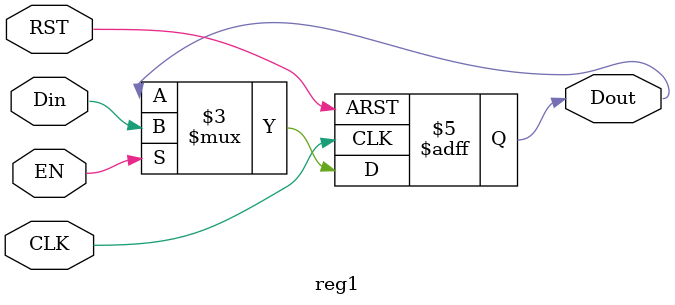
<source format=v>
`timescale 1ns / 1ps

module reg1(
    input Din,
    input EN,
    input CLK,
    input RST,
    output reg Dout
    );
    initial Dout <= 0;
    always @(posedge CLK or posedge RST) begin
        if (RST) Dout <= 0;
        else if (EN) Dout <= Din;
    end
endmodule

</source>
